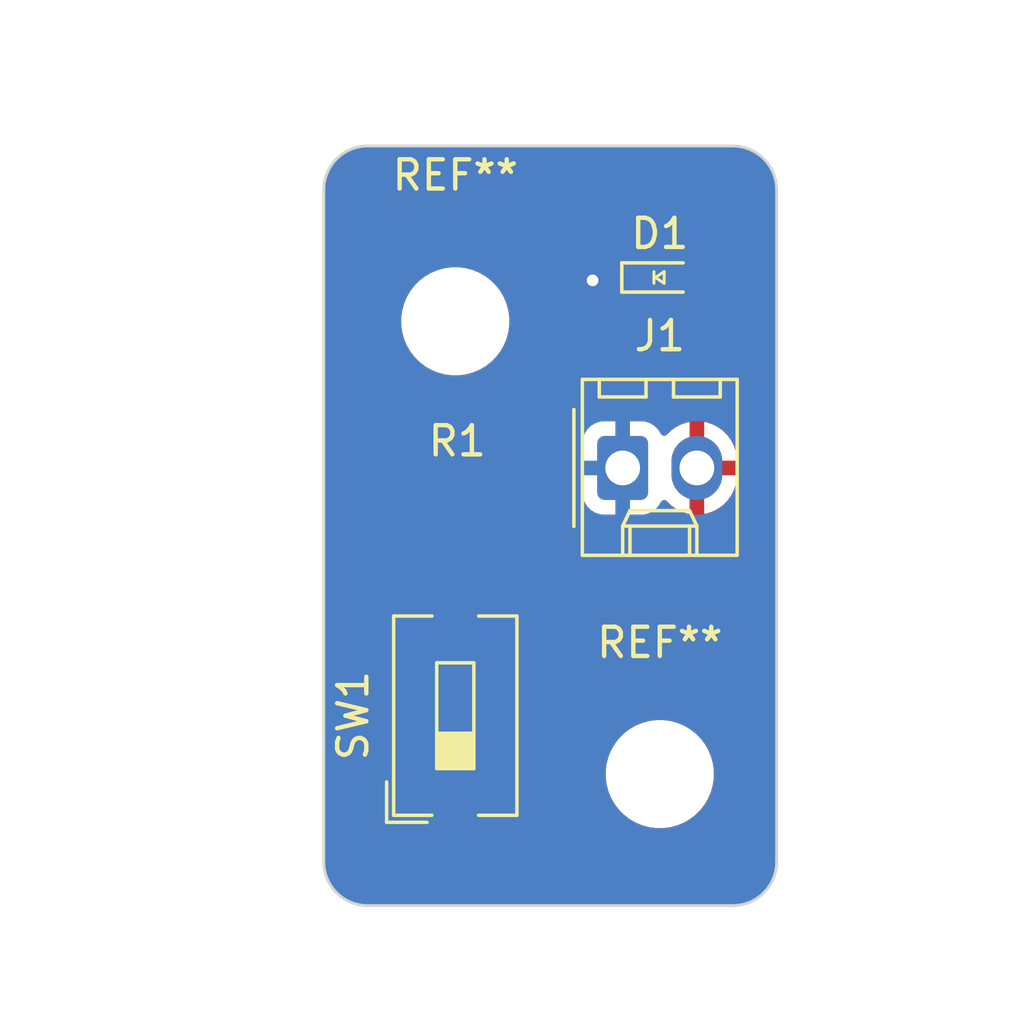
<source format=kicad_pcb>
(kicad_pcb (version 20240108) (generator "pcbnew") (generator_version "8.0")
  (title_block (title "proj_1_LED") (date "2024-09-11") (rev "1.0") (company "Illini Solar Car") (comment 1 "Designed By: Alan Shi"))
  (layers (0 "F.Cu" signal) (31 "B.Cu" signal) (34 "B.Paste" user) (35 "F.Paste" user) (36 "B.SilkS" user "B.Silkscreen") (37 "F.SilkS" user "F.Silkscreen") (38 "B.Mask" user) (39 "F.Mask" user) (44 "Edge.Cuts" user))
  (net 0 "")
  (net 1 "GND")
  (net 2 "Net-(D1-A)")
  (net 3 "+3V3")
  (net 4 "Net-(R1-Pad2)")
  (footprint "Button_Switch_SMD:SW_DIP_SPSTx01_Slide_6.7x4.1mm_W8.61mm_P2.54mm_LowProfile" (layer "F.Cu") (at 37.5 42.5 90)
    (property "Reference" "SW1" (at 0 -3.5 90) (layer "F.SilkS"))
    (property "Value" "SW_Push")
    (fp_line (start -3.65 -2.35) (end -2.267 -2.35) (stroke (width 0.12)) (layer "F.SilkS"))
    (fp_line (start -3.65 -2.35) (end -3.65 -0.967) (stroke (width 0.12)) (layer "F.SilkS"))
    (fp_line (start 3.41 -2.11) (end 3.41 -0.8) (stroke (width 0.12)) (layer "F.SilkS"))
    (fp_line (start -3.41 -2.11) (end 3.41 -2.11) (stroke (width 0.12)) (layer "F.SilkS"))
    (fp_line (start -3.41 -2.11) (end -3.41 -0.8) (stroke (width 0.12)) (layer "F.SilkS"))
    (fp_line (start 1.81 -0.635) (end -1.81 -0.635) (stroke (width 0.12)) (layer "F.SilkS"))
    (fp_line (start -0.603333 -0.635) (end -0.603333 0.635) (stroke (width 0.12)) (layer "F.SilkS"))
    (fp_line (start -1.81 -0.635) (end -1.81 0.635) (stroke (width 0.12)) (layer "F.SilkS"))
    (fp_line (start -1.81 -0.515) (end -0.603333 -0.515) (stroke (width 0.12)) (layer "F.SilkS"))
    (fp_line (start -1.81 -0.395) (end -0.603333 -0.395) (stroke (width 0.12)) (layer "F.SilkS"))
    (fp_line (start -1.81 -0.275) (end -0.603333 -0.275) (stroke (width 0.12)) (layer "F.SilkS"))
    (fp_line (start -1.81 -0.155) (end -0.603333 -0.155) (stroke (width 0.12)) (layer "F.SilkS"))
    (fp_line (start -1.81 -0.035) (end -0.603333 -0.035) (stroke (width 0.12)) (layer "F.SilkS"))
    (fp_line (start -1.81 0.085) (end -0.603333 0.085) (stroke (width 0.12)) (layer "F.SilkS"))
    (fp_line (start -1.81 0.205) (end -0.603333 0.205) (stroke (width 0.12)) (layer "F.SilkS"))
    (fp_line (start -1.81 0.325) (end -0.603333 0.325) (stroke (width 0.12)) (layer "F.SilkS"))
    (fp_line (start -1.81 0.445) (end -0.603333 0.445) (stroke (width 0.12)) (layer "F.SilkS"))
    (fp_line (start -1.81 0.565) (end -0.603333 0.565) (stroke (width 0.12)) (layer "F.SilkS"))
    (fp_line (start 1.81 0.635) (end 1.81 -0.635) (stroke (width 0.12)) (layer "F.SilkS"))
    (fp_line (start -1.81 0.635) (end 1.81 0.635) (stroke (width 0.12)) (layer "F.SilkS"))
    (fp_line (start 3.41 0.8) (end 3.41 2.11) (stroke (width 0.12)) (layer "F.SilkS"))
    (fp_line (start -3.41 0.8) (end -3.41 2.11) (stroke (width 0.12)) (layer "F.SilkS"))
    (fp_line (start -3.41 2.11) (end 3.41 2.11) (stroke (width 0.12)) (layer "F.SilkS"))
    (pad "1" smd rect (at -4.305 0 90) (size 2.44 1.12) (layers "F.Cu" "F.Paste" "F.Mask") (net 3 "+3V3"))
    (pad "2" smd rect (at 4.305 0 90) (size 2.44 1.12) (layers "F.Cu" "F.Paste" "F.Mask") (net 4 "Net-(R1-Pad2)"))
  )
  (footprint "MountingHole:MountingHole_3.2mm_M3" (layer "F.Cu") (at 44.5 44.5)
    (property "Reference" "REF**" (at 0 -4.5 0) (layer "F.SilkS"))
    (property "Value" "MountingHole_3.2mm_M3" (hide yes))
    (pad "" np_thru_hole circle (at 0 0) (size 3.2 3.2) (drill 3.2) (layers "*.Cu" "*.Mask"))
  )
  (footprint "Resistor_SMD:R_0201_0603Metric_Pad0.64x0.40mm_HandSolder" (layer "F.Cu") (at 37.5675 34.6)
    (property "Reference" "R1" (at 0 -1.5 0) (layer "F.SilkS"))
    (property "Value" "105")
    (pad "1" smd roundrect (at -0.4075 0) (size 0.635 0.4) (layers "F.Cu" "F.Mask") (net 2 "Net-(D1-A)"))
    (pad "2" smd roundrect (at 0.4075 0) (size 0.635 0.4) (layers "F.Cu" "F.Mask") (net 4 "Net-(R1-Pad2)"))
  )
  (footprint "MountingHole:MountingHole_3.2mm_M3" (layer "F.Cu") (at 37.5 29)
    (property "Reference" "REF**" (at 0 -5 0) (layer "F.SilkS"))
    (property "Value" "MountingHole_3.2mm_M3" (hide yes))
    (pad "" np_thru_hole circle (at 0 0) (size 3.2 3.2) (drill 3.2) (layers "*.Cu" "*.Mask"))
  )
  (footprint "Connector_Molex:Molex_KK-254_AE-6410-02A_1x02_P2.54mm_Vertical" (layer "F.Cu") (at 43.23 34.02)
    (property "Reference" "J1" (at 1.27 -4.52 0) (layer "F.SilkS"))
    (property "Value" "Conn_01x02")
    (fp_line (start -1.67 -2) (end -1.67 2) (stroke (width 0.12)) (layer "F.SilkS"))
    (fp_line (start -1.38 -3.03) (end -1.38 2.99) (stroke (width 0.12)) (layer "F.SilkS"))
    (fp_line (start -1.38 2.99) (end 3.92 2.99) (stroke (width 0.12)) (layer "F.SilkS"))
    (fp_line (start -0.8 -3.03) (end -0.8 -2.43) (stroke (width 0.12)) (layer "F.SilkS"))
    (fp_line (start -0.8 -2.43) (end 0.8 -2.43) (stroke (width 0.12)) (layer "F.SilkS"))
    (fp_line (start 0 1.99) (end 0.25 1.46) (stroke (width 0.12)) (layer "F.SilkS"))
    (fp_line (start 0 1.99) (end 2.54 1.99) (stroke (width 0.12)) (layer "F.SilkS"))
    (fp_line (start 0 2.99) (end 0 1.99) (stroke (width 0.12)) (layer "F.SilkS"))
    (fp_line (start 0.25 1.46) (end 2.29 1.46) (stroke (width 0.12)) (layer "F.SilkS"))
    (fp_line (start 0.25 2.99) (end 0.25 1.99) (stroke (width 0.12)) (layer "F.SilkS"))
    (fp_line (start 0.8 -2.43) (end 0.8 -3.03) (stroke (width 0.12)) (layer "F.SilkS"))
    (fp_line (start 1.74 -3.03) (end 1.74 -2.43) (stroke (width 0.12)) (layer "F.SilkS"))
    (fp_line (start 1.74 -2.43) (end 3.34 -2.43) (stroke (width 0.12)) (layer "F.SilkS"))
    (fp_line (start 2.29 1.46) (end 2.54 1.99) (stroke (width 0.12)) (layer "F.SilkS"))
    (fp_line (start 2.29 2.99) (end 2.29 1.99) (stroke (width 0.12)) (layer "F.SilkS"))
    (fp_line (start 2.54 1.99) (end 2.54 2.99) (stroke (width 0.12)) (layer "F.SilkS"))
    (fp_line (start 3.34 -2.43) (end 3.34 -3.03) (stroke (width 0.12)) (layer "F.SilkS"))
    (fp_line (start 3.92 -3.03) (end -1.38 -3.03) (stroke (width 0.12)) (layer "F.SilkS"))
    (fp_line (start 3.92 2.99) (end 3.92 -3.03) (stroke (width 0.12)) (layer "F.SilkS"))
    (pad "1" thru_hole roundrect (at 0 0) (size 1.74 2.19) (drill 1.19) (layers "*.Cu" "*.Mask") (roundrect_rratio 0.143678) (net 1 "GND"))
    (pad "2" thru_hole oval (at 2.54 0) (size 1.74 2.19) (drill 1.19) (layers "*.Cu" "*.Mask") (net 3 "+3V3"))
  )
  (footprint "layout:LED_0603_Symbol_on_F.SilkS" (layer "F.Cu") (at 44.5 27.5)
    (property "Reference" "D1" (at 0 -1.5 0) (layer "F.SilkS"))
    (property "Value" "LED_GREEN")
    (fp_line (start -1.3 -0.5) (end -1.3 0.5) (stroke (width 0.12)) (layer "F.SilkS"))
    (fp_line (start -1.3 -0.5) (end 0.8 -0.5) (stroke (width 0.12)) (layer "F.SilkS"))
    (fp_line (start -1.3 0.5) (end 0.8 0.5) (stroke (width 0.12)) (layer "F.SilkS"))
    (fp_line (start -0.2 -0.2) (end -0.2 0.2) (stroke (width 0.1)) (layer "F.SilkS"))
    (fp_line (start -0.15 0) (end 0.15 -0.2) (stroke (width 0.1)) (layer "F.SilkS"))
    (fp_line (start 0.15 -0.2) (end 0.15 0.2) (stroke (width 0.1)) (layer "F.SilkS"))
    (fp_line (start 0.15 0.2) (end -0.15 0) (stroke (width 0.1)) (layer "F.SilkS"))
    (pad "1" smd rect (at -0.8 0 180) (size 0.8 0.8) (layers "F.Cu" "F.Paste" "F.Mask") (net 1 "GND"))
    (pad "2" smd rect (at 0.8 0 180) (size 0.8 0.8) (layers "F.Cu" "F.Paste" "F.Mask") (net 2 "Net-(D1-A)"))
  )
  (gr_line (start 34.5 23) (end 47 23) (stroke (width 0.1)) (layer "Edge.Cuts"))
  (gr_arc (start 47 23) (mid 48.06066 23.43934) (end 48.5 24.5) (stroke (width 0.1)) (layer "Edge.Cuts"))
  (gr_arc (start 34.5 49) (mid 33.43934 48.56066) (end 33 47.5) (stroke (width 0.1)) (layer "Edge.Cuts"))
  (gr_line (start 33 47.5) (end 33 24.5) (stroke (width 0.1)) (layer "Edge.Cuts"))
  (gr_line (start 47 49) (end 34.5 49) (stroke (width 0.1)) (layer "Edge.Cuts"))
  (gr_arc (start 48.5 47.5) (mid 48.06066 48.56066) (end 47 49) (stroke (width 0.1)) (layer "Edge.Cuts"))
  (gr_arc (start 33 24.5) (mid 33.43934 23.43934) (end 34.5 23) (stroke (width 0.1)) (layer "Edge.Cuts"))
  (gr_line (start 48.5 24.5) (end 48.5 47.5) (stroke (width 0.1)) (layer "Edge.Cuts"))
  (segment (start 42.3 27.5) (end 42.2 27.6) (width 0.25) (layer "F.Cu") (net 1))
  (segment (start 43.7 27.5) (end 42.3 27.5) (width 0.25) (layer "F.Cu") (net 1))
  (via (at 42.2 27.6) (size 0.8) (drill 0.4) (layers "F.Cu" "B.Cu") (net 1))
  (segment (start 34.4 33.8) (end 35.4 34.8) (width 0.25) (layer "F.Cu") (net 2))
  (segment (start 43.4 25.6) (end 41.2 25.6) (width 0.25) (layer "F.Cu") (net 2))
  (segment (start 35.2 33) (end 34.4 33.8) (width 0.25) (layer "F.Cu") (net 2))
  (segment (start 38.760001 33) (end 35.2 33) (width 0.25) (layer "F.Cu") (net 2))
  (segment (start 40.5 31.260001) (end 38.760001 33) (width 0.25) (layer "F.Cu") (net 2))
  (segment (start 37.16 34.600001) (end 37.16 34.8) (width 0.25) (layer "F.Cu") (net 2))
  (segment (start 45.3 27.5) (end 43.4 25.6) (width 0.25) (layer "F.Cu") (net 2))
  (segment (start 41.2 31.260001) (end 40.5 31.260001) (width 0.25) (layer "F.Cu") (net 2))
  (segment (start 41.2 25.6) (end 41.2 31.260001) (width 0.25) (layer "F.Cu") (net 2))
  (segment (start 35.4 34.8) (end 37.16 34.8) (width 0.25) (layer "F.Cu") (net 2))
  (segment (start 38 36.4) (end 37.975 36.375) (width 0.25) (layer "F.Cu") (net 4))
  (segment (start 37.975 34.8) (end 37.975 36.375) (width 0.25) (layer "F.Cu") (net 4))
  (segment (start 37.5 36.9) (end 38 36.4) (width 0.25) (layer "F.Cu") (net 4))
  (segment (start 37.5 38.195) (end 37.5 36.9) (width 0.25) (layer "F.Cu") (net 4))
  (zone (net 3) (net_name "+3V3") (layer "F.Cu") (connect_pads (clearance 0.508)) (min_thickness 0.25) (fill yes (thermal_gap 0.5) (thermal_bridge_width 0.5))
    (polygon (pts (xy 48.5 22.5) (xy 49 48.5) (xy 32 48.5) (xy 32 22.5) (xy 33 22.5)))
  )
  (zone (net 1) (net_name "GND") (layer "B.Cu") (priority 1) (connect_pads (clearance 0.508)) (min_thickness 0.25) (fill yes (thermal_gap 0.5) (thermal_bridge_width 0.5))
    (polygon (pts (xy 32 22.5) (xy 48.5 22.5) (xy 49 49) (xy 32.5 49)))
  )
)
</source>
